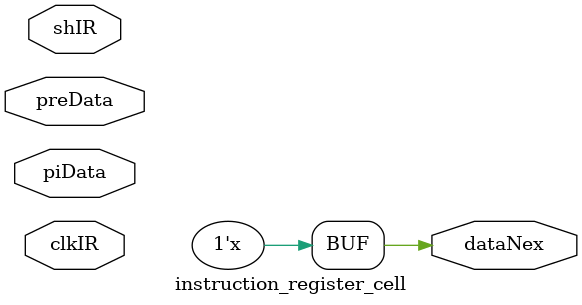
<source format=v>
`timescale 1ps / 1ps
module instruction_register_cell (
    input clkIR,
    shIR,
    piData,
    preData,
    output reg dataNex
);

  reg s1;

  always @(clkIR) begin
    if (clkIR) s1 <= (shIR == 1'b0) ? piData : preData;
    else dataNex <= s1;
  end
endmodule

</source>
